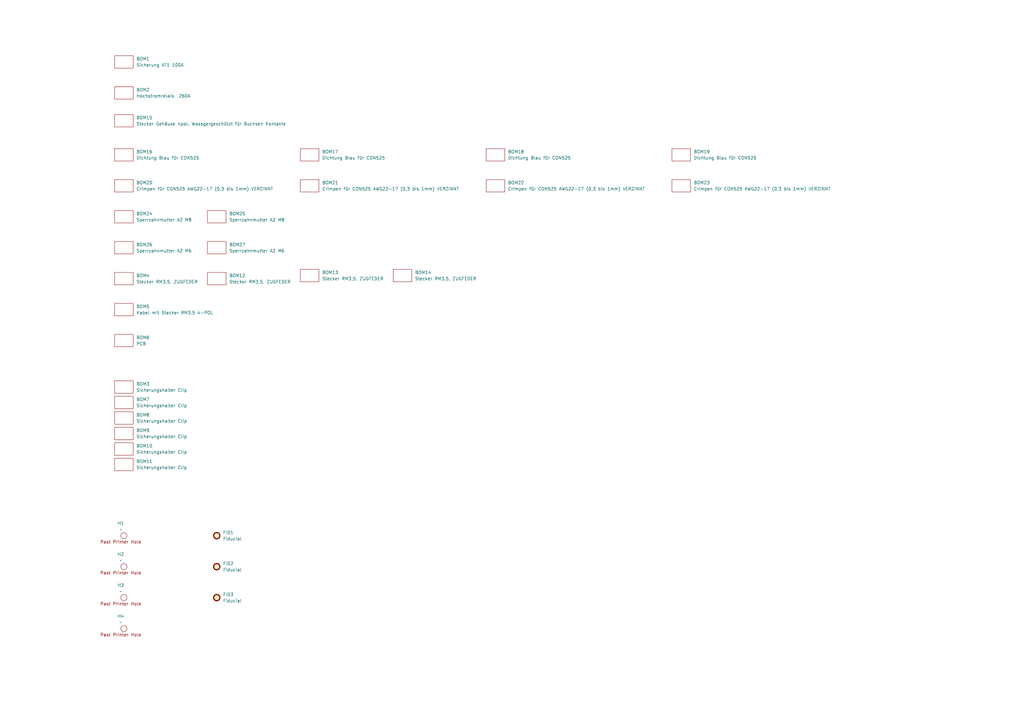
<source format=kicad_sch>
(kicad_sch
	(version 20250114)
	(generator "eeschema")
	(generator_version "9.0")
	(uuid "a32458a1-4aba-4f43-a908-dfae72e746a3")
	(paper "A3")
	(lib_symbols
		(symbol "Mechanical:Fiducial"
			(exclude_from_sim yes)
			(in_bom no)
			(on_board yes)
			(property "Reference" "FID"
				(at 0 5.08 0)
				(effects
					(font
						(size 1.27 1.27)
					)
				)
			)
			(property "Value" "Fiducial"
				(at 0 3.175 0)
				(effects
					(font
						(size 1.27 1.27)
					)
				)
			)
			(property "Footprint" ""
				(at 0 0 0)
				(effects
					(font
						(size 1.27 1.27)
					)
					(hide yes)
				)
			)
			(property "Datasheet" "~"
				(at 0 0 0)
				(effects
					(font
						(size 1.27 1.27)
					)
					(hide yes)
				)
			)
			(property "Description" "Fiducial Marker"
				(at 0 0 0)
				(effects
					(font
						(size 1.27 1.27)
					)
					(hide yes)
				)
			)
			(property "ki_keywords" "fiducial marker"
				(at 0 0 0)
				(effects
					(font
						(size 1.27 1.27)
					)
					(hide yes)
				)
			)
			(property "ki_fp_filters" "Fiducial*"
				(at 0 0 0)
				(effects
					(font
						(size 1.27 1.27)
					)
					(hide yes)
				)
			)
			(symbol "Fiducial_0_1"
				(circle
					(center 0 0)
					(radius 1.27)
					(stroke
						(width 0.508)
						(type default)
					)
					(fill
						(type background)
					)
				)
			)
			(embedded_fonts no)
		)
		(symbol "myBOM_Part:BOM-Part"
			(pin_numbers
				(hide yes)
			)
			(pin_names
				(offset 0)
				(hide yes)
			)
			(exclude_from_sim no)
			(in_bom yes)
			(on_board no)
			(property "Reference" "BOM"
				(at 0 0 0)
				(effects
					(font
						(size 1.27 1.27)
					)
				)
			)
			(property "Value" ""
				(at 0 0 0)
				(effects
					(font
						(size 1.27 1.27)
					)
				)
			)
			(property "Footprint" "myDummy:BOM-Dummy"
				(at 0 0 0)
				(effects
					(font
						(size 1.27 1.27)
					)
					(hide yes)
				)
			)
			(property "Datasheet" ""
				(at 0 0 0)
				(effects
					(font
						(size 1.27 1.27)
					)
					(hide yes)
				)
			)
			(property "Description" ""
				(at 0 0 0)
				(effects
					(font
						(size 1.27 1.27)
					)
					(hide yes)
				)
			)
			(symbol "BOM-Part_0_1"
				(rectangle
					(start -3.81 2.54)
					(end 3.81 -2.54)
					(stroke
						(width 0)
						(type default)
					)
					(fill
						(type none)
					)
				)
			)
			(embedded_fonts no)
		)
		(symbol "myMounting:mounting_past_printer"
			(exclude_from_sim no)
			(in_bom no)
			(on_board yes)
			(property "Reference" "H"
				(at 0 0 0)
				(effects
					(font
						(size 1.27 1.27)
					)
				)
			)
			(property "Value" ""
				(at 0 0 0)
				(effects
					(font
						(size 1.27 1.27)
					)
				)
			)
			(property "Footprint" "myHoles:printer_mounting_holes_1mm"
				(at 0 0 0)
				(effects
					(font
						(size 1.27 1.27)
					)
					(hide yes)
				)
			)
			(property "Datasheet" ""
				(at 0 0 0)
				(effects
					(font
						(size 1.27 1.27)
					)
					(hide yes)
				)
			)
			(property "Description" ""
				(at 0 0 0)
				(effects
					(font
						(size 1.27 1.27)
					)
					(hide yes)
				)
			)
			(symbol "mounting_past_printer_0_1"
				(circle
					(center 0 0)
					(radius 1.27)
					(stroke
						(width 0)
						(type default)
					)
					(fill
						(type none)
					)
				)
			)
			(symbol "mounting_past_printer_1_1"
				(text "Past Printer Hole\n"
					(at -1.27 -2.54 0)
					(effects
						(font
							(size 1.27 1.27)
						)
					)
				)
			)
			(embedded_fonts no)
		)
	)
	(symbol
		(lib_id "myBOM_Part:BOM-Part")
		(at 50.8 101.6 0)
		(unit 1)
		(exclude_from_sim no)
		(in_bom yes)
		(on_board yes)
		(dnp no)
		(fields_autoplaced yes)
		(uuid "07561075-9cbf-4488-9d83-579a589a9033")
		(property "Reference" "BOM26"
			(at 55.88 100.3299 0)
			(effects
				(font
					(size 1.27 1.27)
				)
				(justify left)
			)
		)
		(property "Value" "Sperrzahnmutter A2 M6"
			(at 55.88 102.8699 0)
			(effects
				(font
					(size 1.27 1.27)
				)
				(justify left)
			)
		)
		(property "Footprint" "myBOM:BOM_PART_2x2mm"
			(at 50.8 101.6 0)
			(effects
				(font
					(size 1.27 1.27)
				)
				(hide yes)
			)
		)
		(property "Datasheet" ""
			(at 50.8 101.6 0)
			(effects
				(font
					(size 1.27 1.27)
				)
				(hide yes)
			)
		)
		(property "Description" "SECHSKANT-MUTTER MIT VERZAHNUNG / M6/ A2 / DIN 6923"
			(at 50.8 101.6 0)
			(effects
				(font
					(size 1.27 1.27)
				)
				(hide yes)
			)
		)
		(property "HAN" ""
			(at 50.8 101.6 0)
			(effects
				(font
					(size 1.27 1.27)
				)
				(hide yes)
			)
		)
		(property "ECS Art#" "M589"
			(at 50.8 101.6 0)
			(effects
				(font
					(size 1.27 1.27)
				)
				(hide yes)
			)
		)
		(property "Hersteller" ""
			(at 50.8 101.6 0)
			(effects
				(font
					(size 1.27 1.27)
				)
				(hide yes)
			)
		)
		(instances
			(project "protection"
				(path "/c138cc6a-756d-4318-83c4-a5413b81ee5f/ed5c3467-b27a-45f1-8f58-e67286f004f2"
					(reference "BOM26")
					(unit 1)
				)
			)
		)
	)
	(symbol
		(lib_id "myBOM_Part:BOM-Part")
		(at 50.8 114.3 0)
		(unit 1)
		(exclude_from_sim no)
		(in_bom yes)
		(on_board yes)
		(dnp no)
		(fields_autoplaced yes)
		(uuid "2616c110-8163-4ccb-a3c6-a46d8b0ff2ef")
		(property "Reference" "BOM4"
			(at 55.88 113.0299 0)
			(effects
				(font
					(size 1.27 1.27)
				)
				(justify left)
			)
		)
		(property "Value" "Stecker RM3,5, ZUGFEDER"
			(at 55.88 115.5699 0)
			(effects
				(font
					(size 1.27 1.27)
				)
				(justify left)
			)
		)
		(property "Footprint" "myBOM:BOM_PART_2x2mm"
			(at 50.8 114.3 0)
			(effects
				(font
					(size 1.27 1.27)
				)
				(hide yes)
			)
		)
		(property "Datasheet" ""
			(at 50.8 114.3 0)
			(effects
				(font
					(size 1.27 1.27)
				)
				(hide yes)
			)
		)
		(property "Description" "STECKER ZUGFEDER RM3,5 GRÜN 2-POL GERADE"
			(at 50.8 114.3 0)
			(effects
				(font
					(size 1.27 1.27)
				)
				(hide yes)
			)
		)
		(property "HAN" "KF2EDGKN-3.5-2P"
			(at 50.8 114.3 0)
			(effects
				(font
					(size 1.27 1.27)
				)
				(hide yes)
			)
		)
		(property "ECS Art#" "CON590"
			(at 50.8 114.3 0)
			(effects
				(font
					(size 1.27 1.27)
				)
				(hide yes)
			)
		)
		(property "Hersteller" "Cixi"
			(at 50.8 114.3 0)
			(effects
				(font
					(size 1.27 1.27)
				)
				(hide yes)
			)
		)
		(instances
			(project ""
				(path "/c138cc6a-756d-4318-83c4-a5413b81ee5f"
					(reference "BOM4")
					(unit 1)
				)
				(path "/c138cc6a-756d-4318-83c4-a5413b81ee5f/ed5c3467-b27a-45f1-8f58-e67286f004f2"
					(reference "BOM4")
					(unit 1)
				)
			)
		)
	)
	(symbol
		(lib_id "myBOM_Part:BOM-Part")
		(at 50.8 76.2 0)
		(unit 1)
		(exclude_from_sim no)
		(in_bom yes)
		(on_board yes)
		(dnp no)
		(fields_autoplaced yes)
		(uuid "2927a423-a2d9-4c1d-9a79-db12c9de9813")
		(property "Reference" "BOM20"
			(at 55.88 74.9299 0)
			(effects
				(font
					(size 1.27 1.27)
				)
				(justify left)
			)
		)
		(property "Value" "Crimpen für CON525 AWG22-17 (0,3 bis 1mm) VERZINNT"
			(at 55.88 77.4699 0)
			(effects
				(font
					(size 1.27 1.27)
				)
				(justify left)
			)
		)
		(property "Footprint" "myBOM:BOM_PART_2x2mm"
			(at 50.8 76.2 0)
			(effects
				(font
					(size 1.27 1.27)
				)
				(hide yes)
			)
		)
		(property "Datasheet" ""
			(at 50.8 76.2 0)
			(effects
				(font
					(size 1.27 1.27)
				)
				(hide yes)
			)
		)
		(property "Description" "Crimpen für CON525 AWG22-17 (0,3 bis 1mm) VERZINNT"
			(at 50.8 76.2 0)
			(effects
				(font
					(size 1.27 1.27)
				)
				(hide yes)
			)
		)
		(property "HAN" "184095-2"
			(at 50.8 76.2 0)
			(effects
				(font
					(size 1.27 1.27)
				)
				(hide yes)
			)
		)
		(property "ECS Art#" "CON527"
			(at 50.8 76.2 0)
			(effects
				(font
					(size 1.27 1.27)
				)
				(hide yes)
			)
		)
		(property "Hersteller" "TE"
			(at 50.8 76.2 0)
			(effects
				(font
					(size 1.27 1.27)
				)
				(hide yes)
			)
		)
		(instances
			(project "protection"
				(path "/c138cc6a-756d-4318-83c4-a5413b81ee5f/ed5c3467-b27a-45f1-8f58-e67286f004f2"
					(reference "BOM20")
					(unit 1)
				)
			)
		)
	)
	(symbol
		(lib_id "myMounting:mounting_past_printer")
		(at 50.8 245.11 0)
		(unit 1)
		(exclude_from_sim no)
		(in_bom no)
		(on_board yes)
		(dnp no)
		(fields_autoplaced yes)
		(uuid "29ddfdfc-82d8-4eee-a630-cc4f4479e7c5")
		(property "Reference" "H3"
			(at 49.53 240.03 0)
			(effects
				(font
					(size 1.27 1.27)
				)
			)
		)
		(property "Value" "~"
			(at 49.53 242.57 0)
			(effects
				(font
					(size 1.27 1.27)
				)
			)
		)
		(property "Footprint" "myHoles:printer_mounting_holes_1mm"
			(at 50.8 245.11 0)
			(effects
				(font
					(size 1.27 1.27)
				)
				(hide yes)
			)
		)
		(property "Datasheet" ""
			(at 50.8 245.11 0)
			(effects
				(font
					(size 1.27 1.27)
				)
				(hide yes)
			)
		)
		(property "Description" "Pastendrucker Ausrichtung"
			(at 50.8 245.11 0)
			(effects
				(font
					(size 1.27 1.27)
				)
				(hide yes)
			)
		)
		(property "ECS Art#" "---"
			(at 50.8 245.11 0)
			(effects
				(font
					(size 1.27 1.27)
				)
				(hide yes)
			)
		)
		(property "HAN" "---"
			(at 50.8 245.11 0)
			(effects
				(font
					(size 1.27 1.27)
				)
				(hide yes)
			)
		)
		(property "Hersteller" "---"
			(at 50.8 245.11 0)
			(effects
				(font
					(size 1.27 1.27)
				)
				(hide yes)
			)
		)
		(instances
			(project "protection"
				(path "/c138cc6a-756d-4318-83c4-a5413b81ee5f/ed5c3467-b27a-45f1-8f58-e67286f004f2"
					(reference "H3")
					(unit 1)
				)
			)
		)
	)
	(symbol
		(lib_id "myBOM_Part:BOM-Part")
		(at 279.4 76.2 0)
		(unit 1)
		(exclude_from_sim no)
		(in_bom yes)
		(on_board yes)
		(dnp no)
		(fields_autoplaced yes)
		(uuid "3a472a8b-8898-4896-b7a5-e0076dcb9136")
		(property "Reference" "BOM23"
			(at 284.48 74.9299 0)
			(effects
				(font
					(size 1.27 1.27)
				)
				(justify left)
			)
		)
		(property "Value" "Crimpen für CON525 AWG22-17 (0,3 bis 1mm) VERZINNT"
			(at 284.48 77.4699 0)
			(effects
				(font
					(size 1.27 1.27)
				)
				(justify left)
			)
		)
		(property "Footprint" "myBOM:BOM_PART_2x2mm"
			(at 279.4 76.2 0)
			(effects
				(font
					(size 1.27 1.27)
				)
				(hide yes)
			)
		)
		(property "Datasheet" ""
			(at 279.4 76.2 0)
			(effects
				(font
					(size 1.27 1.27)
				)
				(hide yes)
			)
		)
		(property "Description" "Crimpen für CON525 AWG22-17 (0,3 bis 1mm) VERZINNT"
			(at 279.4 76.2 0)
			(effects
				(font
					(size 1.27 1.27)
				)
				(hide yes)
			)
		)
		(property "HAN" "184095-2"
			(at 279.4 76.2 0)
			(effects
				(font
					(size 1.27 1.27)
				)
				(hide yes)
			)
		)
		(property "ECS Art#" "CON527"
			(at 279.4 76.2 0)
			(effects
				(font
					(size 1.27 1.27)
				)
				(hide yes)
			)
		)
		(property "Hersteller" "TE"
			(at 279.4 76.2 0)
			(effects
				(font
					(size 1.27 1.27)
				)
				(hide yes)
			)
		)
		(instances
			(project "protection"
				(path "/c138cc6a-756d-4318-83c4-a5413b81ee5f/ed5c3467-b27a-45f1-8f58-e67286f004f2"
					(reference "BOM23")
					(unit 1)
				)
			)
		)
	)
	(symbol
		(lib_id "myMounting:mounting_past_printer")
		(at 50.8 257.81 0)
		(unit 1)
		(exclude_from_sim no)
		(in_bom no)
		(on_board yes)
		(dnp no)
		(fields_autoplaced yes)
		(uuid "3c7f5937-2357-40c9-b4f8-7bd0bf910cc7")
		(property "Reference" "H4"
			(at 49.53 252.73 0)
			(effects
				(font
					(size 1.27 1.27)
				)
			)
		)
		(property "Value" "~"
			(at 49.53 255.27 0)
			(effects
				(font
					(size 1.27 1.27)
				)
			)
		)
		(property "Footprint" "myHoles:printer_mounting_holes_1mm"
			(at 50.8 257.81 0)
			(effects
				(font
					(size 1.27 1.27)
				)
				(hide yes)
			)
		)
		(property "Datasheet" ""
			(at 50.8 257.81 0)
			(effects
				(font
					(size 1.27 1.27)
				)
				(hide yes)
			)
		)
		(property "Description" "Pastendrucker Ausrichtung"
			(at 50.8 257.81 0)
			(effects
				(font
					(size 1.27 1.27)
				)
				(hide yes)
			)
		)
		(property "ECS Art#" "---"
			(at 50.8 257.81 0)
			(effects
				(font
					(size 1.27 1.27)
				)
				(hide yes)
			)
		)
		(property "HAN" "---"
			(at 50.8 257.81 0)
			(effects
				(font
					(size 1.27 1.27)
				)
				(hide yes)
			)
		)
		(property "Hersteller" "---"
			(at 50.8 257.81 0)
			(effects
				(font
					(size 1.27 1.27)
				)
				(hide yes)
			)
		)
		(instances
			(project "protection"
				(path "/c138cc6a-756d-4318-83c4-a5413b81ee5f/ed5c3467-b27a-45f1-8f58-e67286f004f2"
					(reference "H4")
					(unit 1)
				)
			)
		)
	)
	(symbol
		(lib_id "myBOM_Part:BOM-Part")
		(at 50.8 63.5 0)
		(unit 1)
		(exclude_from_sim no)
		(in_bom yes)
		(on_board yes)
		(dnp no)
		(fields_autoplaced yes)
		(uuid "3deefd83-eb70-4531-92bf-8c3132d6a973")
		(property "Reference" "BOM16"
			(at 55.88 62.2299 0)
			(effects
				(font
					(size 1.27 1.27)
				)
				(justify left)
			)
		)
		(property "Value" "Dichtung Blau für CON525"
			(at 55.88 64.7699 0)
			(effects
				(font
					(size 1.27 1.27)
				)
				(justify left)
			)
		)
		(property "Footprint" "myBOM:BOM_PART_2x2mm"
			(at 50.8 63.5 0)
			(effects
				(font
					(size 1.27 1.27)
				)
				(hide yes)
			)
		)
		(property "Datasheet" ""
			(at 50.8 63.5 0)
			(effects
				(font
					(size 1.27 1.27)
				)
				(hide yes)
			)
		)
		(property "Description" "Dichtung für CON525 Blau"
			(at 50.8 63.5 0)
			(effects
				(font
					(size 1.27 1.27)
				)
				(hide yes)
			)
		)
		(property "HAN" "184139-1"
			(at 50.8 63.5 0)
			(effects
				(font
					(size 1.27 1.27)
				)
				(hide yes)
			)
		)
		(property "ECS Art#" "CON526"
			(at 50.8 63.5 0)
			(effects
				(font
					(size 1.27 1.27)
				)
				(hide yes)
			)
		)
		(property "Hersteller" "TE"
			(at 50.8 63.5 0)
			(effects
				(font
					(size 1.27 1.27)
				)
				(hide yes)
			)
		)
		(instances
			(project "protection"
				(path "/c138cc6a-756d-4318-83c4-a5413b81ee5f/ed5c3467-b27a-45f1-8f58-e67286f004f2"
					(reference "BOM16")
					(unit 1)
				)
			)
		)
	)
	(symbol
		(lib_id "myBOM_Part:BOM-Part")
		(at 88.9 88.9 0)
		(unit 1)
		(exclude_from_sim no)
		(in_bom yes)
		(on_board yes)
		(dnp no)
		(fields_autoplaced yes)
		(uuid "40eb355c-1332-4db2-a54d-a0fed17a8652")
		(property "Reference" "BOM25"
			(at 93.98 87.6299 0)
			(effects
				(font
					(size 1.27 1.27)
				)
				(justify left)
			)
		)
		(property "Value" "Sperrzahnmutter A2 M8"
			(at 93.98 90.1699 0)
			(effects
				(font
					(size 1.27 1.27)
				)
				(justify left)
			)
		)
		(property "Footprint" "myBOM:BOM_PART_2x2mm"
			(at 88.9 88.9 0)
			(effects
				(font
					(size 1.27 1.27)
				)
				(hide yes)
			)
		)
		(property "Datasheet" ""
			(at 88.9 88.9 0)
			(effects
				(font
					(size 1.27 1.27)
				)
				(hide yes)
			)
		)
		(property "Description" "SECHSKANT-MUTTER MIT VERZAHNUNG / M8 / A2 / DIN 6923"
			(at 88.9 88.9 0)
			(effects
				(font
					(size 1.27 1.27)
				)
				(hide yes)
			)
		)
		(property "HAN" ""
			(at 88.9 88.9 0)
			(effects
				(font
					(size 1.27 1.27)
				)
				(hide yes)
			)
		)
		(property "ECS Art#" "M577"
			(at 88.9 88.9 0)
			(effects
				(font
					(size 1.27 1.27)
				)
				(hide yes)
			)
		)
		(property "Hersteller" ""
			(at 88.9 88.9 0)
			(effects
				(font
					(size 1.27 1.27)
				)
				(hide yes)
			)
		)
		(instances
			(project "protection"
				(path "/c138cc6a-756d-4318-83c4-a5413b81ee5f/ed5c3467-b27a-45f1-8f58-e67286f004f2"
					(reference "BOM25")
					(unit 1)
				)
			)
		)
	)
	(symbol
		(lib_id "myBOM_Part:BOM-Part")
		(at 50.8 171.45 0)
		(unit 1)
		(exclude_from_sim no)
		(in_bom yes)
		(on_board yes)
		(dnp no)
		(fields_autoplaced yes)
		(uuid "43bb3fb6-cec6-4ce4-85fb-c9949cf82fb2")
		(property "Reference" "BOM8"
			(at 55.88 170.1799 0)
			(effects
				(font
					(size 1.27 1.27)
				)
				(justify left)
			)
		)
		(property "Value" "Sicherungshalter Clip"
			(at 55.88 172.7199 0)
			(effects
				(font
					(size 1.27 1.27)
				)
				(justify left)
			)
		)
		(property "Footprint" "myBOM:BOM_PART_2x2mm"
			(at 50.8 171.45 0)
			(effects
				(font
					(size 1.27 1.27)
				)
				(hide yes)
			)
		)
		(property "Datasheet" ""
			(at 50.8 171.45 0)
			(effects
				(font
					(size 1.27 1.27)
				)
				(hide yes)
			)
		)
		(property "Description" "SI HALTER PRINT EINZELCLIP FÜR SI 6,3X32 HOCHSTROM"
			(at 50.8 171.45 0)
			(effects
				(font
					(size 1.27 1.27)
				)
				(hide yes)
			)
		)
		(property "HAN" "01220088Z"
			(at 50.8 171.45 0)
			(effects
				(font
					(size 1.27 1.27)
				)
				(hide yes)
			)
		)
		(property "ECS Art#" "EM001"
			(at 50.8 171.45 0)
			(effects
				(font
					(size 1.27 1.27)
				)
				(hide yes)
			)
		)
		(property "Hersteller" "Littlefuse"
			(at 50.8 171.45 0)
			(effects
				(font
					(size 1.27 1.27)
				)
				(hide yes)
			)
		)
		(instances
			(project "protection"
				(path "/c138cc6a-756d-4318-83c4-a5413b81ee5f/ed5c3467-b27a-45f1-8f58-e67286f004f2"
					(reference "BOM8")
					(unit 1)
				)
			)
		)
	)
	(symbol
		(lib_id "myBOM_Part:BOM-Part")
		(at 203.2 76.2 0)
		(unit 1)
		(exclude_from_sim no)
		(in_bom yes)
		(on_board yes)
		(dnp no)
		(fields_autoplaced yes)
		(uuid "48815077-d6d6-4456-8198-5e6a965ba388")
		(property "Reference" "BOM22"
			(at 208.28 74.9299 0)
			(effects
				(font
					(size 1.27 1.27)
				)
				(justify left)
			)
		)
		(property "Value" "Crimpen für CON525 AWG22-17 (0,3 bis 1mm) VERZINNT"
			(at 208.28 77.4699 0)
			(effects
				(font
					(size 1.27 1.27)
				)
				(justify left)
			)
		)
		(property "Footprint" "myBOM:BOM_PART_2x2mm"
			(at 203.2 76.2 0)
			(effects
				(font
					(size 1.27 1.27)
				)
				(hide yes)
			)
		)
		(property "Datasheet" ""
			(at 203.2 76.2 0)
			(effects
				(font
					(size 1.27 1.27)
				)
				(hide yes)
			)
		)
		(property "Description" "Crimpen für CON525 AWG22-17 (0,3 bis 1mm) VERZINNT"
			(at 203.2 76.2 0)
			(effects
				(font
					(size 1.27 1.27)
				)
				(hide yes)
			)
		)
		(property "HAN" "184095-2"
			(at 203.2 76.2 0)
			(effects
				(font
					(size 1.27 1.27)
				)
				(hide yes)
			)
		)
		(property "ECS Art#" "CON527"
			(at 203.2 76.2 0)
			(effects
				(font
					(size 1.27 1.27)
				)
				(hide yes)
			)
		)
		(property "Hersteller" "TE"
			(at 203.2 76.2 0)
			(effects
				(font
					(size 1.27 1.27)
				)
				(hide yes)
			)
		)
		(instances
			(project "protection"
				(path "/c138cc6a-756d-4318-83c4-a5413b81ee5f/ed5c3467-b27a-45f1-8f58-e67286f004f2"
					(reference "BOM22")
					(unit 1)
				)
			)
		)
	)
	(symbol
		(lib_id "myBOM_Part:BOM-Part")
		(at 50.8 184.15 0)
		(unit 1)
		(exclude_from_sim no)
		(in_bom yes)
		(on_board yes)
		(dnp no)
		(fields_autoplaced yes)
		(uuid "4c772032-53c7-4e86-9ff8-161a6ddc1add")
		(property "Reference" "BOM10"
			(at 55.88 182.8799 0)
			(effects
				(font
					(size 1.27 1.27)
				)
				(justify left)
			)
		)
		(property "Value" "Sicherungshalter Clip"
			(at 55.88 185.4199 0)
			(effects
				(font
					(size 1.27 1.27)
				)
				(justify left)
			)
		)
		(property "Footprint" "myBOM:BOM_PART_2x2mm"
			(at 50.8 184.15 0)
			(effects
				(font
					(size 1.27 1.27)
				)
				(hide yes)
			)
		)
		(property "Datasheet" ""
			(at 50.8 184.15 0)
			(effects
				(font
					(size 1.27 1.27)
				)
				(hide yes)
			)
		)
		(property "Description" "SI HALTER PRINT EINZELCLIP FÜR SI 6,3X32 HOCHSTROM"
			(at 50.8 184.15 0)
			(effects
				(font
					(size 1.27 1.27)
				)
				(hide yes)
			)
		)
		(property "HAN" "01220088Z"
			(at 50.8 184.15 0)
			(effects
				(font
					(size 1.27 1.27)
				)
				(hide yes)
			)
		)
		(property "ECS Art#" "EM001"
			(at 50.8 184.15 0)
			(effects
				(font
					(size 1.27 1.27)
				)
				(hide yes)
			)
		)
		(property "Hersteller" "Littlefuse"
			(at 50.8 184.15 0)
			(effects
				(font
					(size 1.27 1.27)
				)
				(hide yes)
			)
		)
		(instances
			(project "protection"
				(path "/c138cc6a-756d-4318-83c4-a5413b81ee5f/ed5c3467-b27a-45f1-8f58-e67286f004f2"
					(reference "BOM10")
					(unit 1)
				)
			)
		)
	)
	(symbol
		(lib_id "Mechanical:Fiducial")
		(at 88.9 245.11 0)
		(unit 1)
		(exclude_from_sim yes)
		(in_bom no)
		(on_board yes)
		(dnp no)
		(fields_autoplaced yes)
		(uuid "535193aa-5fab-4f3a-8460-3c75aebe69e7")
		(property "Reference" "FID3"
			(at 91.44 243.8399 0)
			(effects
				(font
					(size 1.27 1.27)
				)
				(justify left)
			)
		)
		(property "Value" "Fiducial"
			(at 91.44 246.3799 0)
			(effects
				(font
					(size 1.27 1.27)
				)
				(justify left)
			)
		)
		(property "Footprint" "Fiducial:Fiducial_1mm_Mask3mm"
			(at 88.9 245.11 0)
			(effects
				(font
					(size 1.27 1.27)
				)
				(hide yes)
			)
		)
		(property "Datasheet" "~"
			(at 88.9 245.11 0)
			(effects
				(font
					(size 1.27 1.27)
				)
				(hide yes)
			)
		)
		(property "Description" "Fiducial Marker"
			(at 88.9 245.11 0)
			(effects
				(font
					(size 1.27 1.27)
				)
				(hide yes)
			)
		)
		(property "ECS Art#" "---"
			(at 88.9 245.11 0)
			(effects
				(font
					(size 1.27 1.27)
				)
				(hide yes)
			)
		)
		(property "HAN" "---"
			(at 88.9 245.11 0)
			(effects
				(font
					(size 1.27 1.27)
				)
				(hide yes)
			)
		)
		(property "Hersteller" "---"
			(at 88.9 245.11 0)
			(effects
				(font
					(size 1.27 1.27)
				)
				(hide yes)
			)
		)
		(instances
			(project "protection"
				(path "/c138cc6a-756d-4318-83c4-a5413b81ee5f/ed5c3467-b27a-45f1-8f58-e67286f004f2"
					(reference "FID3")
					(unit 1)
				)
			)
		)
	)
	(symbol
		(lib_id "myBOM_Part:BOM-Part")
		(at 50.8 49.53 0)
		(unit 1)
		(exclude_from_sim no)
		(in_bom yes)
		(on_board yes)
		(dnp no)
		(fields_autoplaced yes)
		(uuid "5706748d-6f61-44fc-9cd6-28cb8fe59971")
		(property "Reference" "BOM15"
			(at 55.88 48.2599 0)
			(effects
				(font
					(size 1.27 1.27)
				)
				(justify left)
			)
		)
		(property "Value" "Stecker Gehäuse 4pol. Wassgergeschützt für Buchsen Kontakte"
			(at 55.88 50.7999 0)
			(effects
				(font
					(size 1.27 1.27)
				)
				(justify left)
			)
		)
		(property "Footprint" "myBOM:BOM_PART_2x2mm"
			(at 50.8 49.53 0)
			(effects
				(font
					(size 1.27 1.27)
				)
				(hide yes)
			)
		)
		(property "Datasheet" ""
			(at 50.8 49.53 0)
			(effects
				(font
					(size 1.27 1.27)
				)
				(hide yes)
			)
		)
		(property "Description" "Stecker Gehäuse 4pol. Wassgergeschützt für Buchsen Kontakte"
			(at 50.8 49.53 0)
			(effects
				(font
					(size 1.27 1.27)
				)
				(hide yes)
			)
		)
		(property "HAN" "184046-1"
			(at 50.8 49.53 0)
			(effects
				(font
					(size 1.27 1.27)
				)
				(hide yes)
			)
		)
		(property "ECS Art#" "CON525"
			(at 50.8 49.53 0)
			(effects
				(font
					(size 1.27 1.27)
				)
				(hide yes)
			)
		)
		(property "Hersteller" "TE"
			(at 50.8 49.53 0)
			(effects
				(font
					(size 1.27 1.27)
				)
				(hide yes)
			)
		)
		(instances
			(project "protection"
				(path "/c138cc6a-756d-4318-83c4-a5413b81ee5f/ed5c3467-b27a-45f1-8f58-e67286f004f2"
					(reference "BOM15")
					(unit 1)
				)
			)
		)
	)
	(symbol
		(lib_id "myBOM_Part:BOM-Part")
		(at 50.8 190.5 0)
		(unit 1)
		(exclude_from_sim no)
		(in_bom yes)
		(on_board yes)
		(dnp no)
		(fields_autoplaced yes)
		(uuid "6be3fc5d-05b8-47f8-853d-5ee39d4400c1")
		(property "Reference" "BOM11"
			(at 55.88 189.2299 0)
			(effects
				(font
					(size 1.27 1.27)
				)
				(justify left)
			)
		)
		(property "Value" "Sicherungshalter Clip"
			(at 55.88 191.7699 0)
			(effects
				(font
					(size 1.27 1.27)
				)
				(justify left)
			)
		)
		(property "Footprint" "myBOM:BOM_PART_2x2mm"
			(at 50.8 190.5 0)
			(effects
				(font
					(size 1.27 1.27)
				)
				(hide yes)
			)
		)
		(property "Datasheet" ""
			(at 50.8 190.5 0)
			(effects
				(font
					(size 1.27 1.27)
				)
				(hide yes)
			)
		)
		(property "Description" "SI HALTER PRINT EINZELCLIP FÜR SI 6,3X32 HOCHSTROM"
			(at 50.8 190.5 0)
			(effects
				(font
					(size 1.27 1.27)
				)
				(hide yes)
			)
		)
		(property "HAN" "01220088Z"
			(at 50.8 190.5 0)
			(effects
				(font
					(size 1.27 1.27)
				)
				(hide yes)
			)
		)
		(property "ECS Art#" "EM001"
			(at 50.8 190.5 0)
			(effects
				(font
					(size 1.27 1.27)
				)
				(hide yes)
			)
		)
		(property "Hersteller" "Littlefuse"
			(at 50.8 190.5 0)
			(effects
				(font
					(size 1.27 1.27)
				)
				(hide yes)
			)
		)
		(instances
			(project "protection"
				(path "/c138cc6a-756d-4318-83c4-a5413b81ee5f/ed5c3467-b27a-45f1-8f58-e67286f004f2"
					(reference "BOM11")
					(unit 1)
				)
			)
		)
	)
	(symbol
		(lib_id "myBOM_Part:BOM-Part")
		(at 50.8 38.1 0)
		(unit 1)
		(exclude_from_sim no)
		(in_bom yes)
		(on_board yes)
		(dnp no)
		(fields_autoplaced yes)
		(uuid "7b942edd-aee4-4dd1-ac24-8d08c872cf5a")
		(property "Reference" "BOM2"
			(at 55.88 36.8299 0)
			(effects
				(font
					(size 1.27 1.27)
				)
				(justify left)
			)
		)
		(property "Value" "Hochstromrelais  260A"
			(at 55.88 39.3699 0)
			(effects
				(font
					(size 1.27 1.27)
				)
				(justify left)
			)
		)
		(property "Footprint" "myBOM:BOM_PART_2x2mm"
			(at 50.8 38.1 0)
			(effects
				(font
					(size 1.27 1.27)
				)
				(hide yes)
			)
		)
		(property "Datasheet" ""
			(at 50.8 38.1 0)
			(effects
				(font
					(size 1.27 1.27)
				)
				(hide yes)
			)
		)
		(property "Description" "V23130-C2021-A412 RELAIS BI-STABIL 12V 190A"
			(at 50.8 38.1 0)
			(effects
				(font
					(size 1.27 1.27)
				)
				(hide yes)
			)
		)
		(property "HAN" "1-1414939-4"
			(at 50.8 38.1 0)
			(effects
				(font
					(size 1.27 1.27)
				)
				(hide yes)
			)
		)
		(property "ECS Art#" "EM111"
			(at 50.8 38.1 0)
			(effects
				(font
					(size 1.27 1.27)
				)
				(hide yes)
			)
		)
		(property "Hersteller" "TE"
			(at 50.8 38.1 0)
			(effects
				(font
					(size 1.27 1.27)
				)
				(hide yes)
			)
		)
		(instances
			(project "protection"
				(path "/c138cc6a-756d-4318-83c4-a5413b81ee5f/ed5c3467-b27a-45f1-8f58-e67286f004f2"
					(reference "BOM2")
					(unit 1)
				)
			)
		)
	)
	(symbol
		(lib_id "myBOM_Part:BOM-Part")
		(at 50.8 139.7 0)
		(unit 1)
		(exclude_from_sim no)
		(in_bom yes)
		(on_board yes)
		(dnp no)
		(fields_autoplaced yes)
		(uuid "8011104b-5aae-4b02-b1bb-ccdfc32fe882")
		(property "Reference" "BOM6"
			(at 55.88 138.4299 0)
			(effects
				(font
					(size 1.27 1.27)
				)
				(justify left)
			)
		)
		(property "Value" "PCB"
			(at 55.88 140.9699 0)
			(effects
				(font
					(size 1.27 1.27)
				)
				(justify left)
			)
		)
		(property "Footprint" "myBOM:BOM_PART_2x2mm"
			(at 50.8 139.7 0)
			(effects
				(font
					(size 1.27 1.27)
				)
				(hide yes)
			)
		)
		(property "Datasheet" ""
			(at 50.8 139.7 0)
			(effects
				(font
					(size 1.27 1.27)
				)
				(hide yes)
			)
		)
		(property "Description" "ECS_SMART_PROTECT_LP"
			(at 50.8 139.7 0)
			(effects
				(font
					(size 1.27 1.27)
				)
				(hide yes)
			)
		)
		(property "HAN" ""
			(at 50.8 139.7 0)
			(effects
				(font
					(size 1.27 1.27)
				)
				(hide yes)
			)
		)
		(property "ECS Art#" "PT091"
			(at 50.8 139.7 0)
			(effects
				(font
					(size 1.27 1.27)
				)
				(hide yes)
			)
		)
		(property "Hersteller" "JLCPCB"
			(at 50.8 139.7 0)
			(effects
				(font
					(size 1.27 1.27)
				)
				(hide yes)
			)
		)
		(instances
			(project "protection"
				(path "/c138cc6a-756d-4318-83c4-a5413b81ee5f/ed5c3467-b27a-45f1-8f58-e67286f004f2"
					(reference "BOM6")
					(unit 1)
				)
			)
		)
	)
	(symbol
		(lib_id "myBOM_Part:BOM-Part")
		(at 50.8 165.1 0)
		(unit 1)
		(exclude_from_sim no)
		(in_bom yes)
		(on_board yes)
		(dnp no)
		(fields_autoplaced yes)
		(uuid "8a1d9c5b-7dc9-43ec-8d48-a9ee12e1c88a")
		(property "Reference" "BOM7"
			(at 55.88 163.8299 0)
			(effects
				(font
					(size 1.27 1.27)
				)
				(justify left)
			)
		)
		(property "Value" "Sicherungshalter Clip"
			(at 55.88 166.3699 0)
			(effects
				(font
					(size 1.27 1.27)
				)
				(justify left)
			)
		)
		(property "Footprint" "myBOM:BOM_PART_2x2mm"
			(at 50.8 165.1 0)
			(effects
				(font
					(size 1.27 1.27)
				)
				(hide yes)
			)
		)
		(property "Datasheet" ""
			(at 50.8 165.1 0)
			(effects
				(font
					(size 1.27 1.27)
				)
				(hide yes)
			)
		)
		(property "Description" "SI HALTER PRINT EINZELCLIP FÜR SI 6,3X32 HOCHSTROM"
			(at 50.8 165.1 0)
			(effects
				(font
					(size 1.27 1.27)
				)
				(hide yes)
			)
		)
		(property "HAN" "01220088Z"
			(at 50.8 165.1 0)
			(effects
				(font
					(size 1.27 1.27)
				)
				(hide yes)
			)
		)
		(property "ECS Art#" "EM001"
			(at 50.8 165.1 0)
			(effects
				(font
					(size 1.27 1.27)
				)
				(hide yes)
			)
		)
		(property "Hersteller" "Littlefuse"
			(at 50.8 165.1 0)
			(effects
				(font
					(size 1.27 1.27)
				)
				(hide yes)
			)
		)
		(instances
			(project "protection"
				(path "/c138cc6a-756d-4318-83c4-a5413b81ee5f/ed5c3467-b27a-45f1-8f58-e67286f004f2"
					(reference "BOM7")
					(unit 1)
				)
			)
		)
	)
	(symbol
		(lib_id "myBOM_Part:BOM-Part")
		(at 50.8 177.8 0)
		(unit 1)
		(exclude_from_sim no)
		(in_bom yes)
		(on_board yes)
		(dnp no)
		(fields_autoplaced yes)
		(uuid "936a54c8-77a5-44c7-9e1b-7cc4fad804de")
		(property "Reference" "BOM9"
			(at 55.88 176.5299 0)
			(effects
				(font
					(size 1.27 1.27)
				)
				(justify left)
			)
		)
		(property "Value" "Sicherungshalter Clip"
			(at 55.88 179.0699 0)
			(effects
				(font
					(size 1.27 1.27)
				)
				(justify left)
			)
		)
		(property "Footprint" "myBOM:BOM_PART_2x2mm"
			(at 50.8 177.8 0)
			(effects
				(font
					(size 1.27 1.27)
				)
				(hide yes)
			)
		)
		(property "Datasheet" ""
			(at 50.8 177.8 0)
			(effects
				(font
					(size 1.27 1.27)
				)
				(hide yes)
			)
		)
		(property "Description" "SI HALTER PRINT EINZELCLIP FÜR SI 6,3X32 HOCHSTROM"
			(at 50.8 177.8 0)
			(effects
				(font
					(size 1.27 1.27)
				)
				(hide yes)
			)
		)
		(property "HAN" "01220088Z"
			(at 50.8 177.8 0)
			(effects
				(font
					(size 1.27 1.27)
				)
				(hide yes)
			)
		)
		(property "ECS Art#" "EM001"
			(at 50.8 177.8 0)
			(effects
				(font
					(size 1.27 1.27)
				)
				(hide yes)
			)
		)
		(property "Hersteller" "Littlefuse"
			(at 50.8 177.8 0)
			(effects
				(font
					(size 1.27 1.27)
				)
				(hide yes)
			)
		)
		(instances
			(project "protection"
				(path "/c138cc6a-756d-4318-83c4-a5413b81ee5f/ed5c3467-b27a-45f1-8f58-e67286f004f2"
					(reference "BOM9")
					(unit 1)
				)
			)
		)
	)
	(symbol
		(lib_id "myBOM_Part:BOM-Part")
		(at 127 76.2 0)
		(unit 1)
		(exclude_from_sim no)
		(in_bom yes)
		(on_board yes)
		(dnp no)
		(fields_autoplaced yes)
		(uuid "95505dd3-0ba5-440f-ba01-281b2a180299")
		(property "Reference" "BOM21"
			(at 132.08 74.9299 0)
			(effects
				(font
					(size 1.27 1.27)
				)
				(justify left)
			)
		)
		(property "Value" "Crimpen für CON525 AWG22-17 (0,3 bis 1mm) VERZINNT"
			(at 132.08 77.4699 0)
			(effects
				(font
					(size 1.27 1.27)
				)
				(justify left)
			)
		)
		(property "Footprint" "myBOM:BOM_PART_2x2mm"
			(at 127 76.2 0)
			(effects
				(font
					(size 1.27 1.27)
				)
				(hide yes)
			)
		)
		(property "Datasheet" ""
			(at 127 76.2 0)
			(effects
				(font
					(size 1.27 1.27)
				)
				(hide yes)
			)
		)
		(property "Description" "Crimpen für CON525 AWG22-17 (0,3 bis 1mm) VERZINNT"
			(at 127 76.2 0)
			(effects
				(font
					(size 1.27 1.27)
				)
				(hide yes)
			)
		)
		(property "HAN" "184095-2"
			(at 127 76.2 0)
			(effects
				(font
					(size 1.27 1.27)
				)
				(hide yes)
			)
		)
		(property "ECS Art#" "CON527"
			(at 127 76.2 0)
			(effects
				(font
					(size 1.27 1.27)
				)
				(hide yes)
			)
		)
		(property "Hersteller" "TE"
			(at 127 76.2 0)
			(effects
				(font
					(size 1.27 1.27)
				)
				(hide yes)
			)
		)
		(instances
			(project "protection"
				(path "/c138cc6a-756d-4318-83c4-a5413b81ee5f/ed5c3467-b27a-45f1-8f58-e67286f004f2"
					(reference "BOM21")
					(unit 1)
				)
			)
		)
	)
	(symbol
		(lib_id "myBOM_Part:BOM-Part")
		(at 88.9 114.3 0)
		(unit 1)
		(exclude_from_sim no)
		(in_bom yes)
		(on_board yes)
		(dnp no)
		(fields_autoplaced yes)
		(uuid "98607142-f56c-4759-bafb-8776b2150d89")
		(property "Reference" "BOM12"
			(at 93.98 113.0299 0)
			(effects
				(font
					(size 1.27 1.27)
				)
				(justify left)
			)
		)
		(property "Value" "Stecker RM3,5, ZUGFEDER"
			(at 93.98 115.5699 0)
			(effects
				(font
					(size 1.27 1.27)
				)
				(justify left)
			)
		)
		(property "Footprint" "myBOM:BOM_PART_2x2mm"
			(at 88.9 114.3 0)
			(effects
				(font
					(size 1.27 1.27)
				)
				(hide yes)
			)
		)
		(property "Datasheet" ""
			(at 88.9 114.3 0)
			(effects
				(font
					(size 1.27 1.27)
				)
				(hide yes)
			)
		)
		(property "Description" "STECKER ZUGFEDER RM3,5 GRÜN 2-POL GERADE"
			(at 88.9 114.3 0)
			(effects
				(font
					(size 1.27 1.27)
				)
				(hide yes)
			)
		)
		(property "HAN" "KF2EDGKN-3.5-2P"
			(at 88.9 114.3 0)
			(effects
				(font
					(size 1.27 1.27)
				)
				(hide yes)
			)
		)
		(property "ECS Art#" "CON590"
			(at 88.9 114.3 0)
			(effects
				(font
					(size 1.27 1.27)
				)
				(hide yes)
			)
		)
		(property "Hersteller" "Cixi"
			(at 88.9 114.3 0)
			(effects
				(font
					(size 1.27 1.27)
				)
				(hide yes)
			)
		)
		(instances
			(project "protection"
				(path "/c138cc6a-756d-4318-83c4-a5413b81ee5f/ed5c3467-b27a-45f1-8f58-e67286f004f2"
					(reference "BOM12")
					(unit 1)
				)
			)
		)
	)
	(symbol
		(lib_id "myBOM_Part:BOM-Part")
		(at 50.8 88.9 0)
		(unit 1)
		(exclude_from_sim no)
		(in_bom yes)
		(on_board yes)
		(dnp no)
		(fields_autoplaced yes)
		(uuid "98ffaf29-2c90-49b4-b47d-d91eb45cfd16")
		(property "Reference" "BOM24"
			(at 55.88 87.6299 0)
			(effects
				(font
					(size 1.27 1.27)
				)
				(justify left)
			)
		)
		(property "Value" "Sperrzahnmutter A2 M8"
			(at 55.88 90.1699 0)
			(effects
				(font
					(size 1.27 1.27)
				)
				(justify left)
			)
		)
		(property "Footprint" "myBOM:BOM_PART_2x2mm"
			(at 50.8 88.9 0)
			(effects
				(font
					(size 1.27 1.27)
				)
				(hide yes)
			)
		)
		(property "Datasheet" ""
			(at 50.8 88.9 0)
			(effects
				(font
					(size 1.27 1.27)
				)
				(hide yes)
			)
		)
		(property "Description" "SECHSKANT-MUTTER MIT VERZAHNUNG / M8 / A2 / DIN 6923"
			(at 50.8 88.9 0)
			(effects
				(font
					(size 1.27 1.27)
				)
				(hide yes)
			)
		)
		(property "HAN" ""
			(at 50.8 88.9 0)
			(effects
				(font
					(size 1.27 1.27)
				)
				(hide yes)
			)
		)
		(property "ECS Art#" "M577"
			(at 50.8 88.9 0)
			(effects
				(font
					(size 1.27 1.27)
				)
				(hide yes)
			)
		)
		(property "Hersteller" ""
			(at 50.8 88.9 0)
			(effects
				(font
					(size 1.27 1.27)
				)
				(hide yes)
			)
		)
		(instances
			(project "protection"
				(path "/c138cc6a-756d-4318-83c4-a5413b81ee5f/ed5c3467-b27a-45f1-8f58-e67286f004f2"
					(reference "BOM24")
					(unit 1)
				)
			)
		)
	)
	(symbol
		(lib_id "myBOM_Part:BOM-Part")
		(at 279.4 63.5 0)
		(unit 1)
		(exclude_from_sim no)
		(in_bom yes)
		(on_board yes)
		(dnp no)
		(fields_autoplaced yes)
		(uuid "9b48f42c-023f-41ec-9782-c36f10d5db93")
		(property "Reference" "BOM19"
			(at 284.48 62.2299 0)
			(effects
				(font
					(size 1.27 1.27)
				)
				(justify left)
			)
		)
		(property "Value" "Dichtung Blau für CON525"
			(at 284.48 64.7699 0)
			(effects
				(font
					(size 1.27 1.27)
				)
				(justify left)
			)
		)
		(property "Footprint" "myBOM:BOM_PART_2x2mm"
			(at 279.4 63.5 0)
			(effects
				(font
					(size 1.27 1.27)
				)
				(hide yes)
			)
		)
		(property "Datasheet" ""
			(at 279.4 63.5 0)
			(effects
				(font
					(size 1.27 1.27)
				)
				(hide yes)
			)
		)
		(property "Description" "Dichtung für CON525 Blau"
			(at 279.4 63.5 0)
			(effects
				(font
					(size 1.27 1.27)
				)
				(hide yes)
			)
		)
		(property "HAN" "184139-1"
			(at 279.4 63.5 0)
			(effects
				(font
					(size 1.27 1.27)
				)
				(hide yes)
			)
		)
		(property "ECS Art#" "CON526"
			(at 279.4 63.5 0)
			(effects
				(font
					(size 1.27 1.27)
				)
				(hide yes)
			)
		)
		(property "Hersteller" "TE"
			(at 279.4 63.5 0)
			(effects
				(font
					(size 1.27 1.27)
				)
				(hide yes)
			)
		)
		(instances
			(project "protection"
				(path "/c138cc6a-756d-4318-83c4-a5413b81ee5f/ed5c3467-b27a-45f1-8f58-e67286f004f2"
					(reference "BOM19")
					(unit 1)
				)
			)
		)
	)
	(symbol
		(lib_id "myBOM_Part:BOM-Part")
		(at 50.8 127 0)
		(unit 1)
		(exclude_from_sim no)
		(in_bom yes)
		(on_board yes)
		(dnp no)
		(fields_autoplaced yes)
		(uuid "a00d96bd-adc9-433b-8696-5005c69294b4")
		(property "Reference" "BOM5"
			(at 55.88 125.7299 0)
			(effects
				(font
					(size 1.27 1.27)
				)
				(justify left)
			)
		)
		(property "Value" "Kabel mit Stecker RM3,5 4-POL"
			(at 55.88 128.2699 0)
			(effects
				(font
					(size 1.27 1.27)
				)
				(justify left)
			)
		)
		(property "Footprint" "myBOM:BOM_PART_2x2mm"
			(at 50.8 127 0)
			(effects
				(font
					(size 1.27 1.27)
				)
				(hide yes)
			)
		)
		(property "Datasheet" ""
			(at 50.8 127 0)
			(effects
				(font
					(size 1.27 1.27)
				)
				(hide yes)
			)
		)
		(property "Description" "KAB_30_4 Kabel mit Stecker RM2,54m 4-POL 30cm"
			(at 50.8 127 0)
			(effects
				(font
					(size 1.27 1.27)
				)
				(hide yes)
			)
		)
		(property "HAN" "PS4"
			(at 50.8 127 0)
			(effects
				(font
					(size 1.27 1.27)
				)
				(hide yes)
			)
		)
		(property "ECS Art#" "KA143"
			(at 50.8 127 0)
			(effects
				(font
					(size 1.27 1.27)
				)
				(hide yes)
			)
		)
		(property "Hersteller" "econ"
			(at 50.8 127 0)
			(effects
				(font
					(size 1.27 1.27)
				)
				(hide yes)
			)
		)
		(instances
			(project "protection"
				(path "/c138cc6a-756d-4318-83c4-a5413b81ee5f/ed5c3467-b27a-45f1-8f58-e67286f004f2"
					(reference "BOM5")
					(unit 1)
				)
			)
		)
	)
	(symbol
		(lib_id "myBOM_Part:BOM-Part")
		(at 88.9 101.6 0)
		(unit 1)
		(exclude_from_sim no)
		(in_bom yes)
		(on_board yes)
		(dnp no)
		(fields_autoplaced yes)
		(uuid "a8645407-3597-485d-834f-20bf3d7e9318")
		(property "Reference" "BOM27"
			(at 93.98 100.3299 0)
			(effects
				(font
					(size 1.27 1.27)
				)
				(justify left)
			)
		)
		(property "Value" "Sperrzahnmutter A2 M6"
			(at 93.98 102.8699 0)
			(effects
				(font
					(size 1.27 1.27)
				)
				(justify left)
			)
		)
		(property "Footprint" "myBOM:BOM_PART_2x2mm"
			(at 88.9 101.6 0)
			(effects
				(font
					(size 1.27 1.27)
				)
				(hide yes)
			)
		)
		(property "Datasheet" ""
			(at 88.9 101.6 0)
			(effects
				(font
					(size 1.27 1.27)
				)
				(hide yes)
			)
		)
		(property "Description" "SECHSKANT-MUTTER MIT VERZAHNUNG / M6/ A2 / DIN 6923"
			(at 88.9 101.6 0)
			(effects
				(font
					(size 1.27 1.27)
				)
				(hide yes)
			)
		)
		(property "HAN" ""
			(at 88.9 101.6 0)
			(effects
				(font
					(size 1.27 1.27)
				)
				(hide yes)
			)
		)
		(property "ECS Art#" "M589"
			(at 88.9 101.6 0)
			(effects
				(font
					(size 1.27 1.27)
				)
				(hide yes)
			)
		)
		(property "Hersteller" ""
			(at 88.9 101.6 0)
			(effects
				(font
					(size 1.27 1.27)
				)
				(hide yes)
			)
		)
		(instances
			(project "protection"
				(path "/c138cc6a-756d-4318-83c4-a5413b81ee5f/ed5c3467-b27a-45f1-8f58-e67286f004f2"
					(reference "BOM27")
					(unit 1)
				)
			)
		)
	)
	(symbol
		(lib_id "myBOM_Part:BOM-Part")
		(at 203.2 63.5 0)
		(unit 1)
		(exclude_from_sim no)
		(in_bom yes)
		(on_board yes)
		(dnp no)
		(fields_autoplaced yes)
		(uuid "b399e414-0736-4448-aed1-3681ede70393")
		(property "Reference" "BOM18"
			(at 208.28 62.2299 0)
			(effects
				(font
					(size 1.27 1.27)
				)
				(justify left)
			)
		)
		(property "Value" "Dichtung Blau für CON525"
			(at 208.28 64.7699 0)
			(effects
				(font
					(size 1.27 1.27)
				)
				(justify left)
			)
		)
		(property "Footprint" "myBOM:BOM_PART_2x2mm"
			(at 203.2 63.5 0)
			(effects
				(font
					(size 1.27 1.27)
				)
				(hide yes)
			)
		)
		(property "Datasheet" ""
			(at 203.2 63.5 0)
			(effects
				(font
					(size 1.27 1.27)
				)
				(hide yes)
			)
		)
		(property "Description" "Dichtung für CON525 Blau"
			(at 203.2 63.5 0)
			(effects
				(font
					(size 1.27 1.27)
				)
				(hide yes)
			)
		)
		(property "HAN" "184139-1"
			(at 203.2 63.5 0)
			(effects
				(font
					(size 1.27 1.27)
				)
				(hide yes)
			)
		)
		(property "ECS Art#" "CON526"
			(at 203.2 63.5 0)
			(effects
				(font
					(size 1.27 1.27)
				)
				(hide yes)
			)
		)
		(property "Hersteller" "TE"
			(at 203.2 63.5 0)
			(effects
				(font
					(size 1.27 1.27)
				)
				(hide yes)
			)
		)
		(instances
			(project "protection"
				(path "/c138cc6a-756d-4318-83c4-a5413b81ee5f/ed5c3467-b27a-45f1-8f58-e67286f004f2"
					(reference "BOM18")
					(unit 1)
				)
			)
		)
	)
	(symbol
		(lib_id "myBOM_Part:BOM-Part")
		(at 165.1 113.03 0)
		(unit 1)
		(exclude_from_sim no)
		(in_bom yes)
		(on_board yes)
		(dnp no)
		(fields_autoplaced yes)
		(uuid "b4aec58d-1468-4e5b-b971-de01d0dc9a88")
		(property "Reference" "BOM14"
			(at 170.18 111.7599 0)
			(effects
				(font
					(size 1.27 1.27)
				)
				(justify left)
			)
		)
		(property "Value" "Stecker RM3,5, ZUGFEDER"
			(at 170.18 114.2999 0)
			(effects
				(font
					(size 1.27 1.27)
				)
				(justify left)
			)
		)
		(property "Footprint" "myBOM:BOM_PART_2x2mm"
			(at 165.1 113.03 0)
			(effects
				(font
					(size 1.27 1.27)
				)
				(hide yes)
			)
		)
		(property "Datasheet" ""
			(at 165.1 113.03 0)
			(effects
				(font
					(size 1.27 1.27)
				)
				(hide yes)
			)
		)
		(property "Description" "STECKER ZUGFEDER RM3,5 GRÜN 2-POL GERADE"
			(at 165.1 113.03 0)
			(effects
				(font
					(size 1.27 1.27)
				)
				(hide yes)
			)
		)
		(property "HAN" "KF2EDGKN-3.5-2P"
			(at 165.1 113.03 0)
			(effects
				(font
					(size 1.27 1.27)
				)
				(hide yes)
			)
		)
		(property "ECS Art#" "CON590"
			(at 165.1 113.03 0)
			(effects
				(font
					(size 1.27 1.27)
				)
				(hide yes)
			)
		)
		(property "Hersteller" "Cixi"
			(at 165.1 113.03 0)
			(effects
				(font
					(size 1.27 1.27)
				)
				(hide yes)
			)
		)
		(instances
			(project "protection"
				(path "/c138cc6a-756d-4318-83c4-a5413b81ee5f/ed5c3467-b27a-45f1-8f58-e67286f004f2"
					(reference "BOM14")
					(unit 1)
				)
			)
		)
	)
	(symbol
		(lib_id "myBOM_Part:BOM-Part")
		(at 50.8 158.75 0)
		(unit 1)
		(exclude_from_sim no)
		(in_bom yes)
		(on_board yes)
		(dnp no)
		(fields_autoplaced yes)
		(uuid "be59525e-0bd5-4b76-844b-3f04ced82cd4")
		(property "Reference" "BOM3"
			(at 55.88 157.4799 0)
			(effects
				(font
					(size 1.27 1.27)
				)
				(justify left)
			)
		)
		(property "Value" "Sicherungshalter Clip"
			(at 55.88 160.0199 0)
			(effects
				(font
					(size 1.27 1.27)
				)
				(justify left)
			)
		)
		(property "Footprint" "myBOM:BOM_PART_2x2mm"
			(at 50.8 158.75 0)
			(effects
				(font
					(size 1.27 1.27)
				)
				(hide yes)
			)
		)
		(property "Datasheet" ""
			(at 50.8 158.75 0)
			(effects
				(font
					(size 1.27 1.27)
				)
				(hide yes)
			)
		)
		(property "Description" "SI HALTER PRINT EINZELCLIP FÜR SI 6,3X32 HOCHSTROM"
			(at 50.8 158.75 0)
			(effects
				(font
					(size 1.27 1.27)
				)
				(hide yes)
			)
		)
		(property "HAN" "01220088Z"
			(at 50.8 158.75 0)
			(effects
				(font
					(size 1.27 1.27)
				)
				(hide yes)
			)
		)
		(property "ECS Art#" "EM001"
			(at 50.8 158.75 0)
			(effects
				(font
					(size 1.27 1.27)
				)
				(hide yes)
			)
		)
		(property "Hersteller" "Littlefuse"
			(at 50.8 158.75 0)
			(effects
				(font
					(size 1.27 1.27)
				)
				(hide yes)
			)
		)
		(instances
			(project "protection"
				(path "/c138cc6a-756d-4318-83c4-a5413b81ee5f/ed5c3467-b27a-45f1-8f58-e67286f004f2"
					(reference "BOM3")
					(unit 1)
				)
			)
		)
	)
	(symbol
		(lib_id "myMounting:mounting_past_printer")
		(at 50.8 219.71 0)
		(unit 1)
		(exclude_from_sim no)
		(in_bom no)
		(on_board yes)
		(dnp no)
		(fields_autoplaced yes)
		(uuid "dc26554d-c7a1-4a56-a422-4af1c0dd198a")
		(property "Reference" "H1"
			(at 49.53 214.63 0)
			(effects
				(font
					(size 1.27 1.27)
				)
			)
		)
		(property "Value" "~"
			(at 49.53 217.17 0)
			(effects
				(font
					(size 1.27 1.27)
				)
			)
		)
		(property "Footprint" "myHoles:printer_mounting_holes_1mm"
			(at 50.8 219.71 0)
			(effects
				(font
					(size 1.27 1.27)
				)
				(hide yes)
			)
		)
		(property "Datasheet" ""
			(at 50.8 219.71 0)
			(effects
				(font
					(size 1.27 1.27)
				)
				(hide yes)
			)
		)
		(property "Description" "Pastendrucker Ausrichtung"
			(at 50.8 219.71 0)
			(effects
				(font
					(size 1.27 1.27)
				)
				(hide yes)
			)
		)
		(property "ECS Art#" "---"
			(at 50.8 219.71 0)
			(effects
				(font
					(size 1.27 1.27)
				)
				(hide yes)
			)
		)
		(property "HAN" "---"
			(at 50.8 219.71 0)
			(effects
				(font
					(size 1.27 1.27)
				)
				(hide yes)
			)
		)
		(property "Hersteller" "---"
			(at 50.8 219.71 0)
			(effects
				(font
					(size 1.27 1.27)
				)
				(hide yes)
			)
		)
		(instances
			(project ""
				(path "/c138cc6a-756d-4318-83c4-a5413b81ee5f/ed5c3467-b27a-45f1-8f58-e67286f004f2"
					(reference "H1")
					(unit 1)
				)
			)
		)
	)
	(symbol
		(lib_id "Mechanical:Fiducial")
		(at 88.9 232.41 0)
		(unit 1)
		(exclude_from_sim yes)
		(in_bom no)
		(on_board yes)
		(dnp no)
		(fields_autoplaced yes)
		(uuid "e24f97ca-4c48-4f03-970f-4108cf210d17")
		(property "Reference" "FID2"
			(at 91.44 231.1399 0)
			(effects
				(font
					(size 1.27 1.27)
				)
				(justify left)
			)
		)
		(property "Value" "Fiducial"
			(at 91.44 233.6799 0)
			(effects
				(font
					(size 1.27 1.27)
				)
				(justify left)
			)
		)
		(property "Footprint" "Fiducial:Fiducial_1mm_Mask3mm"
			(at 88.9 232.41 0)
			(effects
				(font
					(size 1.27 1.27)
				)
				(hide yes)
			)
		)
		(property "Datasheet" "~"
			(at 88.9 232.41 0)
			(effects
				(font
					(size 1.27 1.27)
				)
				(hide yes)
			)
		)
		(property "Description" "Fiducial Marker"
			(at 88.9 232.41 0)
			(effects
				(font
					(size 1.27 1.27)
				)
				(hide yes)
			)
		)
		(property "ECS Art#" "---"
			(at 88.9 232.41 0)
			(effects
				(font
					(size 1.27 1.27)
				)
				(hide yes)
			)
		)
		(property "HAN" "---"
			(at 88.9 232.41 0)
			(effects
				(font
					(size 1.27 1.27)
				)
				(hide yes)
			)
		)
		(property "Hersteller" "---"
			(at 88.9 232.41 0)
			(effects
				(font
					(size 1.27 1.27)
				)
				(hide yes)
			)
		)
		(instances
			(project "protection"
				(path "/c138cc6a-756d-4318-83c4-a5413b81ee5f/ed5c3467-b27a-45f1-8f58-e67286f004f2"
					(reference "FID2")
					(unit 1)
				)
			)
		)
	)
	(symbol
		(lib_id "Mechanical:Fiducial")
		(at 88.9 219.71 0)
		(unit 1)
		(exclude_from_sim yes)
		(in_bom no)
		(on_board yes)
		(dnp no)
		(fields_autoplaced yes)
		(uuid "e77d645d-ed2e-48fc-85ae-ee814f2c2163")
		(property "Reference" "FID1"
			(at 91.44 218.4399 0)
			(effects
				(font
					(size 1.27 1.27)
				)
				(justify left)
			)
		)
		(property "Value" "Fiducial"
			(at 91.44 220.9799 0)
			(effects
				(font
					(size 1.27 1.27)
				)
				(justify left)
			)
		)
		(property "Footprint" "Fiducial:Fiducial_1mm_Mask3mm"
			(at 88.9 219.71 0)
			(effects
				(font
					(size 1.27 1.27)
				)
				(hide yes)
			)
		)
		(property "Datasheet" "~"
			(at 88.9 219.71 0)
			(effects
				(font
					(size 1.27 1.27)
				)
				(hide yes)
			)
		)
		(property "Description" "Fiducial Marker"
			(at 88.9 219.71 0)
			(effects
				(font
					(size 1.27 1.27)
				)
				(hide yes)
			)
		)
		(property "ECS Art#" "---"
			(at 88.9 219.71 0)
			(effects
				(font
					(size 1.27 1.27)
				)
				(hide yes)
			)
		)
		(property "HAN" "---"
			(at 88.9 219.71 0)
			(effects
				(font
					(size 1.27 1.27)
				)
				(hide yes)
			)
		)
		(property "Hersteller" "---"
			(at 88.9 219.71 0)
			(effects
				(font
					(size 1.27 1.27)
				)
				(hide yes)
			)
		)
		(instances
			(project ""
				(path "/c138cc6a-756d-4318-83c4-a5413b81ee5f/ed5c3467-b27a-45f1-8f58-e67286f004f2"
					(reference "FID1")
					(unit 1)
				)
			)
		)
	)
	(symbol
		(lib_id "myBOM_Part:BOM-Part")
		(at 50.8 25.4 0)
		(unit 1)
		(exclude_from_sim no)
		(in_bom yes)
		(on_board yes)
		(dnp no)
		(fields_autoplaced yes)
		(uuid "e9acec90-614c-4ceb-bca1-66640bbed2a8")
		(property "Reference" "BOM1"
			(at 55.88 24.1299 0)
			(effects
				(font
					(size 1.27 1.27)
				)
				(justify left)
			)
		)
		(property "Value" "Sicherung AT1 100A"
			(at 55.88 26.6699 0)
			(effects
				(font
					(size 1.27 1.27)
				)
				(justify left)
			)
		)
		(property "Footprint" "myBOM:BOM_PART_2x2mm"
			(at 50.8 25.4 0)
			(effects
				(font
					(size 1.27 1.27)
				)
				(hide yes)
			)
		)
		(property "Datasheet" ""
			(at 50.8 25.4 0)
			(effects
				(font
					(size 1.27 1.27)
				)
				(hide yes)
			)
		)
		(property "Description" "AT1_100A_150V_AUTOMOTIVE_IR20kA"
			(at 50.8 25.4 0)
			(effects
				(font
					(size 1.27 1.27)
				)
				(hide yes)
			)
		)
		(property "ECS Art#" "EM309"
			(at 50.8 25.4 0)
			(effects
				(font
					(size 1.27 1.27)
				)
				(hide yes)
			)
		)
		(property "HAN" "AT13100105"
			(at 50.8 25.4 0)
			(effects
				(font
					(size 1.27 1.27)
				)
				(hide yes)
			)
		)
		(property "Hersteller" "Adler"
			(at 50.8 25.4 0)
			(effects
				(font
					(size 1.27 1.27)
				)
				(hide yes)
			)
		)
		(instances
			(project "protection"
				(path "/c138cc6a-756d-4318-83c4-a5413b81ee5f/ed5c3467-b27a-45f1-8f58-e67286f004f2"
					(reference "BOM1")
					(unit 1)
				)
			)
		)
	)
	(symbol
		(lib_id "myBOM_Part:BOM-Part")
		(at 127 113.03 0)
		(unit 1)
		(exclude_from_sim no)
		(in_bom yes)
		(on_board yes)
		(dnp no)
		(fields_autoplaced yes)
		(uuid "f1a19fb2-bf0e-4f52-9f1e-4026c68c93ce")
		(property "Reference" "BOM13"
			(at 132.08 111.7599 0)
			(effects
				(font
					(size 1.27 1.27)
				)
				(justify left)
			)
		)
		(property "Value" "Stecker RM3,5, ZUGFEDER"
			(at 132.08 114.2999 0)
			(effects
				(font
					(size 1.27 1.27)
				)
				(justify left)
			)
		)
		(property "Footprint" "myBOM:BOM_PART_2x2mm"
			(at 127 113.03 0)
			(effects
				(font
					(size 1.27 1.27)
				)
				(hide yes)
			)
		)
		(property "Datasheet" ""
			(at 127 113.03 0)
			(effects
				(font
					(size 1.27 1.27)
				)
				(hide yes)
			)
		)
		(property "Description" "STECKER ZUGFEDER RM3,5 GRÜN 2-POL GERADE"
			(at 127 113.03 0)
			(effects
				(font
					(size 1.27 1.27)
				)
				(hide yes)
			)
		)
		(property "HAN" "KF2EDGKN-3.5-2P"
			(at 127 113.03 0)
			(effects
				(font
					(size 1.27 1.27)
				)
				(hide yes)
			)
		)
		(property "ECS Art#" "CON590"
			(at 127 113.03 0)
			(effects
				(font
					(size 1.27 1.27)
				)
				(hide yes)
			)
		)
		(property "Hersteller" "Cixi"
			(at 127 113.03 0)
			(effects
				(font
					(size 1.27 1.27)
				)
				(hide yes)
			)
		)
		(instances
			(project "protection"
				(path "/c138cc6a-756d-4318-83c4-a5413b81ee5f/ed5c3467-b27a-45f1-8f58-e67286f004f2"
					(reference "BOM13")
					(unit 1)
				)
			)
		)
	)
	(symbol
		(lib_id "myMounting:mounting_past_printer")
		(at 50.8 232.41 0)
		(unit 1)
		(exclude_from_sim no)
		(in_bom no)
		(on_board yes)
		(dnp no)
		(fields_autoplaced yes)
		(uuid "f44557b2-d8e3-4bfc-bd9b-609c80aa7fe2")
		(property "Reference" "H2"
			(at 49.53 227.33 0)
			(effects
				(font
					(size 1.27 1.27)
				)
			)
		)
		(property "Value" "~"
			(at 49.53 229.87 0)
			(effects
				(font
					(size 1.27 1.27)
				)
			)
		)
		(property "Footprint" "myHoles:printer_mounting_holes_1mm"
			(at 50.8 232.41 0)
			(effects
				(font
					(size 1.27 1.27)
				)
				(hide yes)
			)
		)
		(property "Datasheet" ""
			(at 50.8 232.41 0)
			(effects
				(font
					(size 1.27 1.27)
				)
				(hide yes)
			)
		)
		(property "Description" "Pastendrucker Ausrichtung"
			(at 50.8 232.41 0)
			(effects
				(font
					(size 1.27 1.27)
				)
				(hide yes)
			)
		)
		(property "ECS Art#" "---"
			(at 50.8 232.41 0)
			(effects
				(font
					(size 1.27 1.27)
				)
				(hide yes)
			)
		)
		(property "HAN" "---"
			(at 50.8 232.41 0)
			(effects
				(font
					(size 1.27 1.27)
				)
				(hide yes)
			)
		)
		(property "Hersteller" "---"
			(at 50.8 232.41 0)
			(effects
				(font
					(size 1.27 1.27)
				)
				(hide yes)
			)
		)
		(instances
			(project "protection"
				(path "/c138cc6a-756d-4318-83c4-a5413b81ee5f/ed5c3467-b27a-45f1-8f58-e67286f004f2"
					(reference "H2")
					(unit 1)
				)
			)
		)
	)
	(symbol
		(lib_id "myBOM_Part:BOM-Part")
		(at 127 63.5 0)
		(unit 1)
		(exclude_from_sim no)
		(in_bom yes)
		(on_board yes)
		(dnp no)
		(fields_autoplaced yes)
		(uuid "ff9d1bb8-835d-4988-a201-c490bee3bbc0")
		(property "Reference" "BOM17"
			(at 132.08 62.2299 0)
			(effects
				(font
					(size 1.27 1.27)
				)
				(justify left)
			)
		)
		(property "Value" "Dichtung Blau für CON525"
			(at 132.08 64.7699 0)
			(effects
				(font
					(size 1.27 1.27)
				)
				(justify left)
			)
		)
		(property "Footprint" "myBOM:BOM_PART_2x2mm"
			(at 127 63.5 0)
			(effects
				(font
					(size 1.27 1.27)
				)
				(hide yes)
			)
		)
		(property "Datasheet" ""
			(at 127 63.5 0)
			(effects
				(font
					(size 1.27 1.27)
				)
				(hide yes)
			)
		)
		(property "Description" "Dichtung für CON525 Blau"
			(at 127 63.5 0)
			(effects
				(font
					(size 1.27 1.27)
				)
				(hide yes)
			)
		)
		(property "HAN" "184139-1"
			(at 127 63.5 0)
			(effects
				(font
					(size 1.27 1.27)
				)
				(hide yes)
			)
		)
		(property "ECS Art#" "CON526"
			(at 127 63.5 0)
			(effects
				(font
					(size 1.27 1.27)
				)
				(hide yes)
			)
		)
		(property "Hersteller" "TE"
			(at 127 63.5 0)
			(effects
				(font
					(size 1.27 1.27)
				)
				(hide yes)
			)
		)
		(instances
			(project "protection"
				(path "/c138cc6a-756d-4318-83c4-a5413b81ee5f/ed5c3467-b27a-45f1-8f58-e67286f004f2"
					(reference "BOM17")
					(unit 1)
				)
			)
		)
	)
)

</source>
